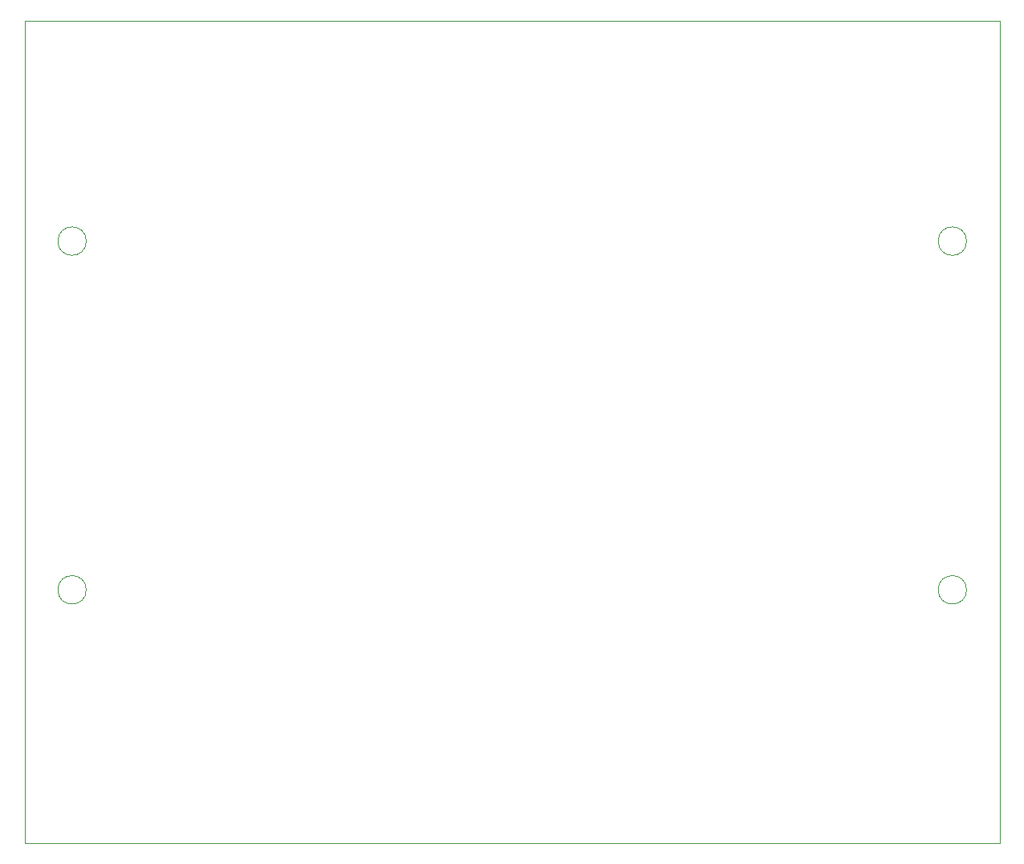
<source format=gbr>
%TF.GenerationSoftware,KiCad,Pcbnew,9.0.0*%
%TF.CreationDate,2025-03-19T14:29:07+05:00*%
%TF.ProjectId,TC_OAMP,54435f4f-414d-4502-9e6b-696361645f70,rev?*%
%TF.SameCoordinates,Original*%
%TF.FileFunction,Profile,NP*%
%FSLAX46Y46*%
G04 Gerber Fmt 4.6, Leading zero omitted, Abs format (unit mm)*
G04 Created by KiCad (PCBNEW 9.0.0) date 2025-03-19 14:29:07*
%MOMM*%
%LPD*%
G01*
G04 APERTURE LIST*
%TA.AperFunction,Profile*%
%ADD10C,0.050000*%
%TD*%
G04 APERTURE END LIST*
D10*
X100000000Y-150000000D02*
X202800000Y-150000000D01*
X100000000Y-63200000D02*
X100000000Y-150000000D01*
X106500000Y-123260000D02*
G75*
G02*
X103500000Y-123260000I-1500000J0D01*
G01*
X103500000Y-123260000D02*
G75*
G02*
X106500000Y-123260000I1500000J0D01*
G01*
X106500000Y-86460000D02*
G75*
G02*
X103500000Y-86460000I-1500000J0D01*
G01*
X103500000Y-86460000D02*
G75*
G02*
X106500000Y-86460000I1500000J0D01*
G01*
X199300000Y-86460000D02*
G75*
G02*
X196300000Y-86460000I-1500000J0D01*
G01*
X196300000Y-86460000D02*
G75*
G02*
X199300000Y-86460000I1500000J0D01*
G01*
X199300000Y-123260000D02*
G75*
G02*
X196300000Y-123260000I-1500000J0D01*
G01*
X196300000Y-123260000D02*
G75*
G02*
X199300000Y-123260000I1500000J0D01*
G01*
X202800000Y-150000000D02*
X202800000Y-63200000D01*
X100000000Y-63200000D02*
X202800000Y-63200000D01*
M02*

</source>
